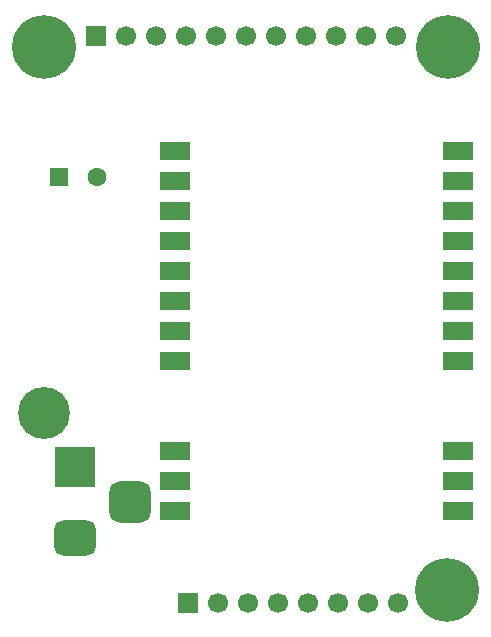
<source format=gbr>
%TF.GenerationSoftware,KiCad,Pcbnew,9.0.4*%
%TF.CreationDate,2025-09-20T18:39:02+03:00*%
%TF.ProjectId,HydraX-Meshtastic-PCB,48796472-6158-42d4-9d65-736874617374,2.1*%
%TF.SameCoordinates,Original*%
%TF.FileFunction,Soldermask,Bot*%
%TF.FilePolarity,Negative*%
%FSLAX46Y46*%
G04 Gerber Fmt 4.6, Leading zero omitted, Abs format (unit mm)*
G04 Created by KiCad (PCBNEW 9.0.4) date 2025-09-20 18:39:02*
%MOMM*%
%LPD*%
G01*
G04 APERTURE LIST*
G04 Aperture macros list*
%AMRoundRect*
0 Rectangle with rounded corners*
0 $1 Rounding radius*
0 $2 $3 $4 $5 $6 $7 $8 $9 X,Y pos of 4 corners*
0 Add a 4 corners polygon primitive as box body*
4,1,4,$2,$3,$4,$5,$6,$7,$8,$9,$2,$3,0*
0 Add four circle primitives for the rounded corners*
1,1,$1+$1,$2,$3*
1,1,$1+$1,$4,$5*
1,1,$1+$1,$6,$7*
1,1,$1+$1,$8,$9*
0 Add four rect primitives between the rounded corners*
20,1,$1+$1,$2,$3,$4,$5,0*
20,1,$1+$1,$4,$5,$6,$7,0*
20,1,$1+$1,$6,$7,$8,$9,0*
20,1,$1+$1,$8,$9,$2,$3,0*%
G04 Aperture macros list end*
%ADD10C,0.700000*%
%ADD11C,4.400000*%
%ADD12C,0.800000*%
%ADD13C,5.400000*%
%ADD14R,1.600000X1.600000*%
%ADD15C,1.600000*%
%ADD16R,1.700000X1.700000*%
%ADD17C,1.700000*%
%ADD18R,3.500000X3.500000*%
%ADD19RoundRect,0.750000X1.000000X-0.750000X1.000000X0.750000X-1.000000X0.750000X-1.000000X-0.750000X0*%
%ADD20RoundRect,0.875000X0.875000X-0.875000X0.875000X0.875000X-0.875000X0.875000X-0.875000X-0.875000X0*%
%ADD21R,2.500000X1.500000*%
G04 APERTURE END LIST*
D10*
%TO.C,H2*%
X131775000Y-108605000D03*
X132258274Y-107438274D03*
X132258274Y-109771726D03*
X133425000Y-106955000D03*
D11*
X133425000Y-108605000D03*
D10*
X133425000Y-110255000D03*
X134591726Y-107438274D03*
X134591726Y-109771726D03*
X135075000Y-108605000D03*
%TD*%
D12*
%TO.C,H1*%
X165550000Y-123605000D03*
X166143109Y-122173109D03*
X166143109Y-125036891D03*
X167575000Y-121580000D03*
D13*
X167575000Y-123605000D03*
D12*
X167575000Y-125630000D03*
X169006891Y-122173109D03*
X169006891Y-125036891D03*
X169600000Y-123605000D03*
%TD*%
D14*
%TO.C,BZ1*%
X134700000Y-88640000D03*
D15*
X137900000Y-88640000D03*
%TD*%
D12*
%TO.C,H4*%
X131400000Y-77605000D03*
X131993109Y-76173109D03*
X131993109Y-79036891D03*
D13*
X133400000Y-77605000D03*
D12*
X133425000Y-75580000D03*
X133425000Y-79630000D03*
X134856891Y-76173109D03*
X134856891Y-79036891D03*
X135450000Y-77605000D03*
%TD*%
D16*
%TO.C,J1*%
X145625000Y-124725000D03*
D17*
X148165000Y-124725000D03*
X150705000Y-124725000D03*
X153245000Y-124725000D03*
X155785000Y-124725000D03*
X158325000Y-124725000D03*
X160865000Y-124725000D03*
X163405000Y-124725000D03*
%TD*%
D18*
%TO.C,J3*%
X136042500Y-113200000D03*
D19*
X136042500Y-119200000D03*
D20*
X140742500Y-116200000D03*
%TD*%
D12*
%TO.C,H3*%
X165550000Y-77605000D03*
X166143109Y-76173109D03*
X166143109Y-79036891D03*
X167575000Y-75580000D03*
X167575000Y-79630000D03*
D13*
X167606891Y-77605000D03*
D12*
X169006891Y-76173109D03*
X169006891Y-79036891D03*
X169600000Y-77605000D03*
%TD*%
D21*
%TO.C,U3*%
X144500000Y-116890000D03*
X144500000Y-114350000D03*
X144500000Y-111810000D03*
X144500000Y-104190000D03*
X144500000Y-101650000D03*
X144500000Y-99110000D03*
X144500000Y-96570000D03*
X144500000Y-94030000D03*
X144500000Y-91490000D03*
X144500000Y-88950000D03*
X144500000Y-86410000D03*
X168500000Y-86410000D03*
X168500000Y-88950000D03*
X168500000Y-91490000D03*
X168500000Y-94030000D03*
X168500000Y-96570000D03*
X168500000Y-99110000D03*
X168500000Y-101650000D03*
X168500000Y-104190000D03*
X168500000Y-111810000D03*
X168500000Y-114350000D03*
X168500000Y-116890000D03*
%TD*%
D16*
%TO.C,J2*%
X137850000Y-76700000D03*
D17*
X140390000Y-76700000D03*
X142930000Y-76700000D03*
X145470000Y-76700000D03*
X148010000Y-76700000D03*
X150550000Y-76700000D03*
X153090000Y-76700000D03*
X155630000Y-76700000D03*
X158170000Y-76700000D03*
X160710000Y-76700000D03*
X163250000Y-76700000D03*
%TD*%
M02*

</source>
